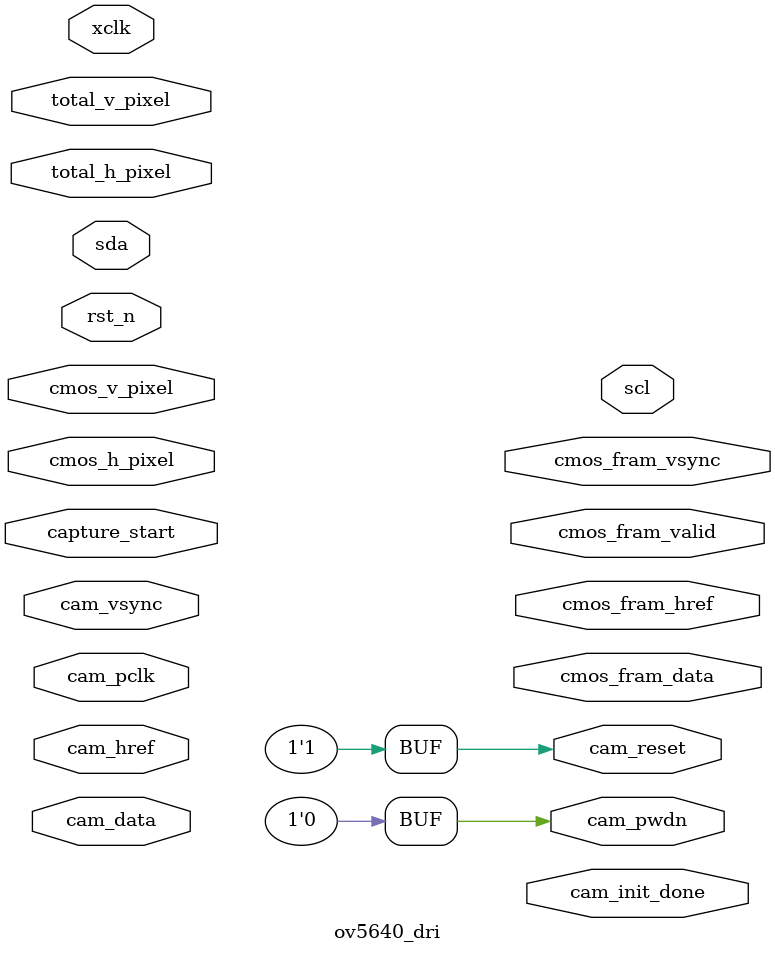
<source format=v>
module ov5640_dri (
    input                               xclk                       ,//外部时钟
    input                               rst_n                      ,//系统复位，低电平有效 
    //摄像头接口
    output                              cam_pwdn                   ,//电源休眠模式选择信号
    output                              cam_reset                  ,//复位信号，低电平有效
    input              [   7:0]         cam_data                   ,//图像数据信号（data[9:2]）
    input                               cam_pclk                   ,//数据像素时钟
    input                               cam_vsync                  ,//场同步信号
    input                               cam_href                   ,//行同步信号
    //寄存器控制接口
    output                              scl                        ,//SCCB SCL 线
    inout                               sda                        ,//SCCB SDA 线
    //摄像头分辨率配置接口
    input              [  12:0]         cmos_h_pixel               ,//水平方向分辨率
    input              [  12:0]         cmos_v_pixel               ,//垂直方向分辨率
    input              [  12:0]         total_h_pixel              ,//水平总像素大小
    input              [  12:0]         total_v_pixel              ,//垂直总像素大小
    //图像数据采集模块是在DDR3和传感器都初始化完成后才开始传输数据的
    input                               capture_start              ,//图像采集开始信号
    output                              cam_init_done              ,//摄像头初始化完成
    //用户接口
    output                              cmos_fram_vsync            ,//帧有效数据
    output                              cmos_fram_href             ,//行有效数据
    output                              cmos_fram_valid            ,//数据有效使能信号
    output             [  15:0]         cmos_fram_data              //有效数据
);
    //参数定义
    parameter                           SLAVE_ADDR = 7'h3c         ;//ov5640 的器件地址：7'h3c
    parameter                           BIT_CTRL = 1'b1            ;//ov5640 的字节地址为16位（0：8位     1：16位）
    parameter                           CLK_FREQ = 27'd50_000_000  ;//i2c_dri 模块的驱动时钟频率
    parameter                           I2C_FREQ = 18'd250_000     ;//I2C 的 SCL 时钟频率，不超过400KHz
    //线网类型定义
wire                                    i2c_exec                   ;//I2C 触发执行信号
wire                   [  23:0]         i2c_data                   ;//I2C 要配置的地址和数据（高16位地址，低8位数据）
wire                                    i2c_done                   ;//I2C 寄存器配置完成信号
wire                                    i2c_dri_clk                ;//I2C 操作时钟
wire                   [   7:0]         i2c_data_r                 ;//I2C 读出的数据
wire                                    i2c_rh_wl                  ;//I2C 读写控制信号  

/*+-------------------------------------------------------------------------------------------------------------------+
  |                                                   main code                                                       |
  +-------------------------------------------------------------------------------------------------------------------+*/

//ov5640正常工作相关配置
assign cam_pwdn = 1'b0;                                             //电源休眠模式选择 0：正常模式 1：电源休眠模式
assign cam_reset = 1'b1;                                            //cmos 复位设置 低电平有效
//I2C配置模块

//I2C驱动模块

//CMOS图像数据采集模块

endmodule
</source>
